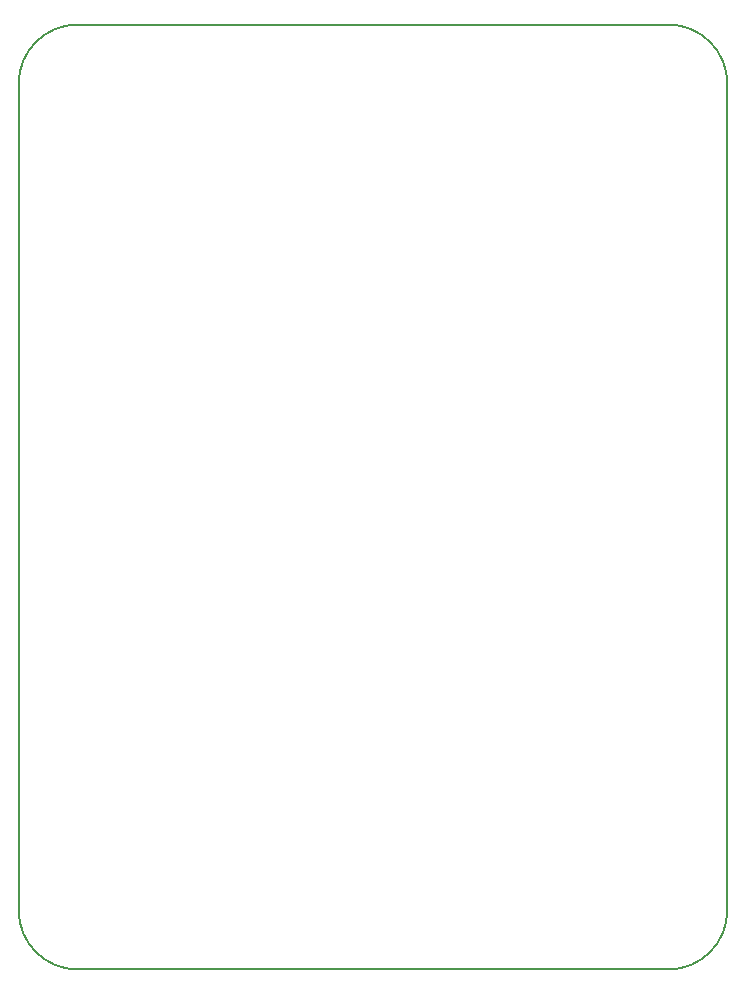
<source format=gm1>
G04 #@! TF.FileFunction,Profile,NP*
%FSLAX46Y46*%
G04 Gerber Fmt 4.6, Leading zero omitted, Abs format (unit mm)*
G04 Created by KiCad (PCBNEW 4.0.5) date Sunday, 26 February 2017 'PMt' 14:45:35*
%MOMM*%
%LPD*%
G01*
G04 APERTURE LIST*
%ADD10C,0.100000*%
%ADD11C,0.150000*%
G04 APERTURE END LIST*
D10*
D11*
X140000000Y-135000000D02*
X140000000Y-65000000D01*
X195000000Y-140000000D02*
X145000000Y-140000000D01*
X200000000Y-65000000D02*
X200000000Y-135000000D01*
X145000000Y-60000000D02*
X195000000Y-60000000D01*
X145000000Y-60000000D02*
G75*
G03X140000000Y-65000000I0J-5000000D01*
G01*
X140000000Y-135000000D02*
G75*
G03X145000000Y-140000000I5000000J0D01*
G01*
X195000000Y-140000000D02*
G75*
G03X200000000Y-135000000I0J5000000D01*
G01*
X200000000Y-65000000D02*
G75*
G03X195000000Y-60000000I-5000000J0D01*
G01*
M02*

</source>
